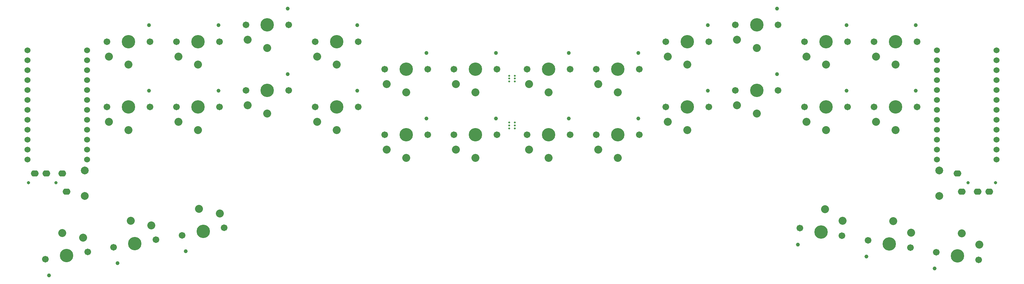
<source format=gts>
%TF.GenerationSoftware,KiCad,Pcbnew,(5.1.9)-1*%
%TF.CreationDate,2021-04-25T07:44:51-07:00*%
%TF.ProjectId,pyaa,70796161-2e6b-4696-9361-645f70636258,rev?*%
%TF.SameCoordinates,Original*%
%TF.FileFunction,Soldermask,Top*%
%TF.FilePolarity,Negative*%
%FSLAX46Y46*%
G04 Gerber Fmt 4.6, Leading zero omitted, Abs format (unit mm)*
G04 Created by KiCad (PCBNEW (5.1.9)-1) date 2021-04-25 07:44:51*
%MOMM*%
%LPD*%
G01*
G04 APERTURE LIST*
%ADD10C,0.500000*%
%ADD11O,2.000000X1.600000*%
%ADD12C,0.800000*%
%ADD13C,2.000000*%
%ADD14C,3.429000*%
%ADD15C,2.032000*%
%ADD16C,0.990600*%
%ADD17C,1.701800*%
%ADD18C,1.524000*%
G04 APERTURE END LIST*
D10*
%TO.C,mouse-bite-2mm-slot*%
X148250000Y-61000000D03*
X149750000Y-61000000D03*
X148250000Y-60250000D03*
X148250000Y-61750000D03*
X149750000Y-61750000D03*
X149750000Y-60250000D03*
%TD*%
%TO.C,mouse-bite-2mm-slot*%
X149750000Y-72250000D03*
X149750000Y-73750000D03*
X148250000Y-73750000D03*
X148250000Y-72250000D03*
X149750000Y-73000000D03*
X148250000Y-73000000D03*
%TD*%
D11*
%TO.C,J2*%
X262950000Y-85290000D03*
X264050000Y-89890000D03*
X271050000Y-89890000D03*
D12*
X265650000Y-87590000D03*
X272650000Y-87590000D03*
D11*
X268050000Y-89890000D03*
%TD*%
%TO.C,J1*%
X35050000Y-89890001D03*
X33950000Y-85290001D03*
X26950000Y-85290001D03*
D12*
X32350000Y-87590001D03*
X25350000Y-87590001D03*
D11*
X29950000Y-85290001D03*
%TD*%
D13*
%TO.C,SW2*%
X258230000Y-84490000D03*
X258230000Y-90990000D03*
%TD*%
%TO.C,SW1*%
X39770000Y-84490001D03*
X39770000Y-90990001D03*
%TD*%
D14*
%TO.C,KST2*%
X50930000Y-68280001D03*
D15*
X45930000Y-72080001D03*
X50930000Y-74180001D03*
D16*
X56150000Y-64080001D03*
D17*
X56430000Y-68280001D03*
X45430000Y-68280001D03*
%TD*%
D14*
%TO.C,KHL1*%
X68680000Y-51530001D03*
D15*
X63680000Y-55330001D03*
X68680000Y-57430001D03*
D16*
X73900000Y-47330001D03*
D17*
X74180000Y-51530001D03*
X63180000Y-51530001D03*
%TD*%
D14*
%TO.C,KN1*%
X70006531Y-100103643D03*
D15*
X74270707Y-95493133D03*
X68982007Y-94293277D03*
D16*
X65595157Y-105146279D03*
D17*
X64590088Y-101058708D03*
X75422974Y-99148578D03*
%TD*%
D18*
%TO.C,U1*%
X25060000Y-53800001D03*
X25060000Y-56340001D03*
X25060000Y-58880001D03*
X25060000Y-61420001D03*
X25060000Y-63960001D03*
X25060000Y-66500001D03*
X25060000Y-69040001D03*
X25060000Y-71580001D03*
X25060000Y-74120001D03*
X25060000Y-76660001D03*
X25060000Y-79200001D03*
X25060000Y-81740001D03*
X40300000Y-81740001D03*
X40300000Y-79200001D03*
X40300000Y-76660001D03*
X40300000Y-74120001D03*
X40300000Y-71580001D03*
X40300000Y-69040001D03*
X40300000Y-66500001D03*
X40300000Y-63960001D03*
X40300000Y-61420001D03*
X40300000Y-58880001D03*
X40300000Y-56340001D03*
X40300000Y-53800001D03*
%TD*%
%TO.C,U2*%
X257700000Y-53800000D03*
X257700000Y-56340000D03*
X257700000Y-58880000D03*
X257700000Y-61420000D03*
X257700000Y-63960000D03*
X257700000Y-66500000D03*
X257700000Y-69040000D03*
X257700000Y-71580000D03*
X257700000Y-74120000D03*
X257700000Y-76660000D03*
X257700000Y-79200000D03*
X257700000Y-81740000D03*
X272940000Y-81740000D03*
X272940000Y-79200000D03*
X272940000Y-76660000D03*
X272940000Y-74120000D03*
X272940000Y-71580000D03*
X272940000Y-69040000D03*
X272940000Y-66500000D03*
X272940000Y-63960000D03*
X272940000Y-61420000D03*
X272940000Y-58880000D03*
X272940000Y-56340000D03*
X272940000Y-53800000D03*
%TD*%
D14*
%TO.C,KBR1*%
X211570000Y-64030000D03*
D15*
X206570000Y-67830000D03*
X211570000Y-69930000D03*
D16*
X216790000Y-59830000D03*
D17*
X217070000Y-64030000D03*
X206070000Y-64030000D03*
%TD*%
D14*
%TO.C,KLR1*%
X193820000Y-51530000D03*
D15*
X188820000Y-55330000D03*
X193820000Y-57430000D03*
D16*
X199040000Y-47330000D03*
D17*
X199320000Y-51530000D03*
X188320000Y-51530000D03*
%TD*%
D14*
%TO.C,KTR1*%
X176070000Y-58630000D03*
D15*
X171070000Y-62430000D03*
X176070000Y-64530000D03*
D16*
X181290000Y-54430000D03*
D17*
X181570000Y-58630000D03*
X170570000Y-58630000D03*
%TD*%
D14*
%TO.C,KST4*%
X247070000Y-68280000D03*
D15*
X242070000Y-72080000D03*
X247070000Y-74180000D03*
D16*
X252290000Y-64080000D03*
D17*
X252570000Y-68280000D03*
X241570000Y-68280000D03*
%TD*%
D14*
%TO.C,KST3*%
X247070000Y-51530000D03*
D15*
X242070000Y-55330000D03*
X247070000Y-57430000D03*
D16*
X252290000Y-47330000D03*
D17*
X252570000Y-51530000D03*
X241570000Y-51530000D03*
%TD*%
D14*
%TO.C,KSR1*%
X176070000Y-75380000D03*
D15*
X171070000Y-79180000D03*
X176070000Y-81280000D03*
D16*
X181290000Y-71180000D03*
D17*
X181570000Y-75380000D03*
X170570000Y-75380000D03*
%TD*%
D14*
%TO.C,KRR1*%
X229320000Y-68280000D03*
D15*
X224320000Y-72080000D03*
X229320000Y-74180000D03*
D16*
X234540000Y-64080000D03*
D17*
X234820000Y-68280000D03*
X223820000Y-68280000D03*
%TD*%
D14*
%TO.C,KPR1*%
X211570000Y-47280000D03*
D15*
X206570000Y-51080000D03*
X211570000Y-53180000D03*
D16*
X216790000Y-43080000D03*
D17*
X217070000Y-47280000D03*
X206070000Y-47280000D03*
%TD*%
D14*
%TO.C,KER1*%
X262954144Y-106368154D03*
D15*
X268538046Y-103494125D03*
X263978668Y-100557788D03*
D16*
X257084125Y-109597903D03*
D17*
X257537701Y-105413089D03*
X268370587Y-107323219D03*
%TD*%
D14*
%TO.C,KN2*%
X227993469Y-100203642D03*
D15*
X233577371Y-97329613D03*
X229017993Y-94393276D03*
D16*
X222123450Y-103433391D03*
D17*
X222577026Y-99248577D03*
X233409912Y-101158707D03*
%TD*%
D14*
%TO.C,KZR1*%
X158320000Y-75380000D03*
D15*
X153320000Y-79180000D03*
X158320000Y-81280000D03*
D16*
X163540000Y-71180000D03*
D17*
X163820000Y-75380000D03*
X152820000Y-75380000D03*
%TD*%
D14*
%TO.C,KGR1*%
X193820000Y-68280000D03*
D15*
X188820000Y-72080000D03*
X193820000Y-74180000D03*
D16*
X199040000Y-64080000D03*
D17*
X199320000Y-68280000D03*
X188320000Y-68280000D03*
%TD*%
D14*
%TO.C,KFR1*%
X229320000Y-51530000D03*
D15*
X224320000Y-55330000D03*
X229320000Y-57430000D03*
D16*
X234540000Y-47330000D03*
D17*
X234820000Y-51530000D03*
X223820000Y-51530000D03*
%TD*%
%TO.C,KUR1*%
X250890250Y-104240962D03*
X240057364Y-102330832D03*
D16*
X239603788Y-106515646D03*
D15*
X246498331Y-97475531D03*
X251057709Y-100411868D03*
D14*
X245473807Y-103285897D03*
%TD*%
%TO.C,KDR1*%
X158320000Y-58630000D03*
D15*
X153320000Y-62430000D03*
X158320000Y-64530000D03*
D16*
X163540000Y-54430000D03*
D17*
X163820000Y-58630000D03*
X152820000Y-58630000D03*
%TD*%
D14*
%TO.C,KWL1*%
X86430000Y-64030001D03*
D15*
X81430000Y-67830001D03*
X86430000Y-69930001D03*
D16*
X91650000Y-59830001D03*
D17*
X91930000Y-64030001D03*
X80930000Y-64030001D03*
%TD*%
D14*
%TO.C,KTL1*%
X104180000Y-51530001D03*
D15*
X99180000Y-55330001D03*
X104180000Y-57430001D03*
D16*
X109400000Y-47330001D03*
D17*
X109680000Y-51530001D03*
X98680000Y-51530001D03*
%TD*%
D14*
%TO.C,KST1*%
X50930000Y-51530001D03*
D15*
X45930000Y-55330001D03*
X50930000Y-57430001D03*
D16*
X56150000Y-47330001D03*
D17*
X56430000Y-51530001D03*
X45430000Y-51530001D03*
%TD*%
D14*
%TO.C,KSL2*%
X121930000Y-75380001D03*
D15*
X116930000Y-79180001D03*
X121930000Y-81280001D03*
D16*
X127150000Y-71180001D03*
D17*
X127430000Y-75380001D03*
X116430000Y-75380001D03*
%TD*%
D14*
%TO.C,KSL1*%
X121930000Y-58630001D03*
D15*
X116930000Y-62430001D03*
X121930000Y-64530001D03*
D16*
X127150000Y-54430001D03*
D17*
X127430000Y-58630001D03*
X116430000Y-58630001D03*
%TD*%
D14*
%TO.C,KRL1*%
X68680000Y-68280001D03*
D15*
X63680000Y-72080001D03*
X68680000Y-74180001D03*
D16*
X73900000Y-64080001D03*
D17*
X74180000Y-68280001D03*
X63180000Y-68280001D03*
%TD*%
D14*
%TO.C,KPL1*%
X86430000Y-47280001D03*
D15*
X81430000Y-51080001D03*
X86430000Y-53180001D03*
D16*
X91650000Y-43080001D03*
D17*
X91930000Y-47280001D03*
X80930000Y-47280001D03*
%TD*%
D14*
%TO.C,KO1*%
X35045856Y-106268155D03*
D15*
X39310032Y-101657645D03*
X34021332Y-100457789D03*
D16*
X30634482Y-111310791D03*
D17*
X29629413Y-107223220D03*
X40462299Y-105313090D03*
%TD*%
D14*
%TO.C,KKL1*%
X104180000Y-68280001D03*
D15*
X99180000Y-72080001D03*
X104180000Y-74180001D03*
D16*
X109400000Y-64080001D03*
D17*
X109680000Y-68280001D03*
X98680000Y-68280001D03*
%TD*%
D14*
%TO.C,KA1*%
X52526193Y-103185898D03*
D15*
X56790369Y-98575388D03*
X51501669Y-97375532D03*
D16*
X48114819Y-108228534D03*
D17*
X47109750Y-104140963D03*
X57942636Y-102230833D03*
%TD*%
D14*
%TO.C,K1*%
X139680000Y-75380001D03*
D15*
X134680000Y-79180001D03*
X139680000Y-81280001D03*
D16*
X144900000Y-71180001D03*
D17*
X145180000Y-75380001D03*
X134180000Y-75380001D03*
%TD*%
D14*
%TO.C,K0*%
X139680000Y-58630001D03*
D15*
X134680000Y-62430001D03*
X139680000Y-64530001D03*
D16*
X144900000Y-54430001D03*
D17*
X145180000Y-58630001D03*
X134180000Y-58630001D03*
%TD*%
M02*

</source>
